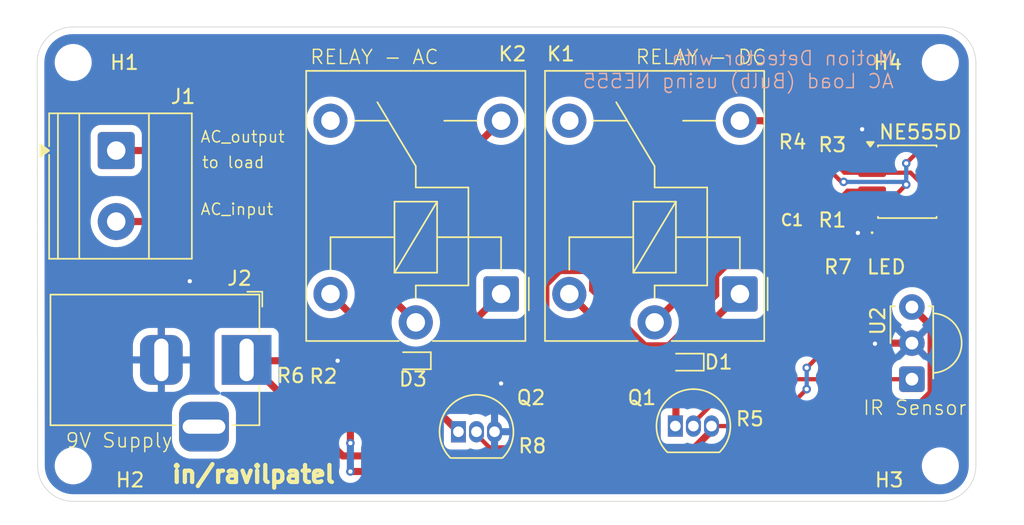
<source format=kicad_pcb>
(kicad_pcb (version 20241229) (generator "pcbnew") (generator_version "9.0")
  (layers (0 "F.Cu" signal) (2 "B.Cu" signal) (13 "F.Paste" user) (15 "B.Paste" user) (5 "F.SilkS" user "F.Silkscreen") (7 "B.SilkS" user "B.Silkscreen") (1 "F.Mask" user) (3 "B.Mask" user) (25 "Edge.Cuts" user))
  (net 0 "")
  (net 1 "Net-(C1-Pad1)")
  (net 2 "Net-(C1-Pad2)")
  (net 3 "Net-(D1-K)")
  (net 4 "Net-(D1-A)")
  (net 5 "GND")
  (net 6 "Net-(D2-A)")
  (net 7 "Net-(D3-A)")
  (net 8 "Net-(D3-K)")
  (net 9 "/AC_Neutral_IN")
  (net 10 "/AC_Neutral_OUT")
  (net 11 "+9V")
  (net 13 "Net-(U1-THR)")
  (net 15 "Net-(Q1-B)")
  (net 16 "Net-(Q2-B)")
  (net 17 "Net-(U1-Q)")
  (net 18 "+5V")
  (net 19 "Net-(U2-OUT)")
  (footprint "Capacitor_SMD:C_0201_0603Metric" (layer "F.Cu") (at 182.545 62.2 180)
    (property "Reference" "C1" (at -0.02 -1.1 0) (layer "F.SilkS") (effects (font (size 0.8 0.8))))
    (property "Value" "1u")
    (pad "1" smd roundrect (at -0.32 0 180) (size 0.46 0.4) (layers "F.Cu" "F.Mask") (net 1 "Net-(C1-Pad1)"))
    (pad "2" smd roundrect (at 0.32 0 180) (size 0.46 0.4) (layers "F.Cu" "F.Mask") (net 2 "Net-(C1-Pad2)"))
  )
  (footprint "Resistor_SMD:R_0201_0603Metric" (layer "F.Cu") (at 185.18 62.2 180)
    (property "Reference" "R1" (at -0.22 -1.1 0) (layer "F.SilkS"))
    (property "Value" "100k")
    (pad "1" smd roundrect (at -0.32 0 180) (size 0.46 0.4) (layers "F.Cu" "F.Mask") (net 17 "Net-(U1-Q)"))
    (pad "2" smd roundrect (at 0.32 0 180) (size 0.46 0.4) (layers "F.Cu" "F.Mask") (net 1 "Net-(C1-Pad1)"))
  )
  (footprint "Relay_THT:Relay_SPDT_Finder_36.11" (layer "F.Cu") (at 162.1 68.5 180)
    (property "Reference" "K2" (at -0.8 16.9 0) (layer "F.SilkS"))
    (property "Value" "FINDER-36.11")
    (fp_line (start 13.71 15.71) (end -1.71 15.71) (stroke (width 0.12)) (layer "F.SilkS"))
    (fp_line (start 13.71 -3.31) (end 13.71 15.71) (stroke (width 0.12)) (layer "F.SilkS"))
    (fp_line (start 13.71 -3.31) (end 7.2 -3.31) (stroke (width 0.12)) (layer "F.SilkS"))
    (fp_line (start 12 4) (end 12 1.7) (stroke (width 0.12)) (layer "F.SilkS"))
    (fp_line (start 12 4) (end 7.5 4) (stroke (width 0.12)) (layer "F.SilkS"))
    (fp_line (start 10.3 12.2) (end 8 12.2) (stroke (width 0.12)) (layer "F.SilkS"))
    (fp_line (start 7.5 6.5) (end 4.5 6.5) (stroke (width 0.12)) (layer "F.SilkS"))
    (fp_line (start 7.5 1.5) (end 7.5 6.5) (stroke (width 0.12)) (layer "F.SilkS"))
    (fp_line (start 6 9) (end 8.7 13.5) (stroke (width 0.12)) (layer "F.SilkS"))
    (fp_line (start 6 7.5) (end 6 9) (stroke (width 0.12)) (layer "F.SilkS"))
    (fp_line (start 6 7.5) (end 2.3 7.5) (stroke (width 0.12)) (layer "F.SilkS"))
    (fp_line (start 6 0.6) (end 6 -0.3) (stroke (width 0.12)) (layer "F.SilkS"))
    (fp_line (start 6 0.6) (end 2.3 0.6) (stroke (width 0.12)) (layer "F.SilkS"))
    (fp_line (start 4.8 -3.31) (end -1.71 -3.31) (stroke (width 0.12)) (layer "F.SilkS"))
    (fp_line (start 4.5 6.5) (end 7.5 1.5) (stroke (width 0.12)) (layer "F.SilkS"))
    (fp_line (start 4.5 6.5) (end 4.5 1.5) (stroke (width 0.12)) (layer "F.SilkS"))
    (fp_line (start 4.5 4) (end 0 4) (stroke (width 0.12)) (layer "F.SilkS"))
    (fp_line (start 4.5 1.5) (end 7.5 1.5) (stroke (width 0.12)) (layer "F.SilkS"))
    (fp_line (start 2.3 7.5) (end 2.3 0.6) (stroke (width 0.12)) (layer "F.SilkS"))
    (fp_line (start 1.7 12.2) (end 4 12.2) (stroke (width 0.12)) (layer "F.SilkS"))
    (fp_line (start 0 1.7) (end 0 4) (stroke (width 0.12)) (layer "F.SilkS"))
    (fp_line (start -1.71 15.7) (end -1.71 -3.31) (stroke (width 0.12)) (layer "F.SilkS"))
    (fp_line (start -1.95 -1.15) (end -1.95 1.15) (stroke (width 0.12)) (layer "F.SilkS"))
    (pad "11" thru_hole circle (at 6 -2 180) (size 2.4 2.4) (drill 1.3) (layers "*.Cu" "*.Mask") (net 9 "/AC_Neutral_IN"))
    (pad "12" thru_hole circle (at 12 12.2 180) (size 2.4 2.4) (drill 1.3) (layers "*.Cu" "*.Mask"))
    (pad "14" thru_hole circle (at 0 12.2 180) (size 2.4 2.4) (drill 1.3) (layers "*.Cu" "*.Mask") (net 10 "/AC_Neutral_OUT"))
    (pad "A1" thru_hole roundrect (at 0 0 180) (size 2.5 2.5) (drill 1.3) (layers "*.Cu" "*.Mask") (roundrect_rratio 0.1) (net 8 "Net-(D3-K)"))
    (pad "A2" thru_hole circle (at 12 0 180) (size 2.4 2.4) (drill 1.3) (layers "*.Cu" "*.Mask") (net 7 "Net-(D3-A)"))
  )
  (footprint "Resistor_SMD:R_0201_0603Metric" (layer "F.Cu") (at 163.9 77.7 -90)
    (property "Reference" "R8" (at 1.5 -0.4 0) (layer "F.SilkS"))
    (property "Value" "220")
    (pad "1" smd roundrect (at -0.32 0 270) (size 0.46 0.4) (layers "F.Cu" "F.Mask") (net 17 "Net-(U1-Q)"))
    (pad "2" smd roundrect (at 0.32 0 270) (size 0.46 0.4) (layers "F.Cu" "F.Mask") (net 16 "Net-(Q2-B)"))
  )
  (footprint "Package_TO_SOT_THT:TO-92_Inline" (layer "F.Cu") (at 174.36 77.8)
    (property "Reference" "Q1" (at -2.36 -2 0) (layer "F.SilkS"))
    (property "Value" "BC557")
    (fp_line (start -0.53 1.85) (end 3.07 1.85) (stroke (width 0.12)) (layer "F.SilkS"))
    (fp_arc (start -0.568478 1.838478) (mid -1.132087 -0.994977) (end 1.27 -2.6) (stroke (width 0.12)) (layer "F.SilkS"))
    (fp_arc (start 1.27 -2.6) (mid 3.672087 -0.994977) (end 3.108478 1.838478) (stroke (width 0.12)) (layer "F.SilkS"))
    (pad "1" thru_hole rect (at 0 0) (size 1.05 1.5) (drill 0.75) (layers "*.Cu" "*.Mask") (net 4 "Net-(D1-A)"))
    (pad "2" thru_hole oval (at 1.27 0) (size 1.05 1.5) (drill 0.75) (layers "*.Cu" "*.Mask") (net 15 "Net-(Q1-B)"))
    (pad "3" thru_hole oval (at 2.54 0) (size 1.05 1.5) (drill 0.75) (layers "*.Cu" "*.Mask") (net 11 "+9V"))
  )
  (footprint "Resistor_SMD:R_0201_0603Metric" (layer "F.Cu") (at 185.18 59.2 180)
    (property "Reference" "R3" (at -0.22 1.2 180) (layer "F.SilkS"))
    (property "Value" "220k")
    (pad "1" smd roundrect (at -0.32 0 180) (size 0.46 0.4) (layers "F.Cu" "F.Mask") (net 13 "Net-(U1-THR)"))
    (pad "2" smd roundrect (at 0.32 0 180) (size 0.46 0.4) (layers "F.Cu" "F.Mask") (net 11 "+9V"))
  )
  (footprint "MountingHole:MountingHole_2.1mm" (layer "F.Cu") (at 193 52.2)
    (property "Reference" "H4" (at -3.7 0 0) (layer "F.SilkS"))
    (property "Value" "MountingHole")
    (pad "" np_thru_hole circle (at 0 0) (size 2.1 2.1) (drill 2.1) (layers "*.Cu" "*.Mask"))
  )
  (footprint "Resistor_SMD:R_01005_0402Metric" (layer "F.Cu") (at 179 75.875 -90)
    (property "Reference" "R5" (at 1.425 -0.6 180) (layer "F.SilkS"))
    (property "Value" "1k")
    (pad "1" smd roundrect (at -0.25 0 270) (size 0.4 0.3) (layers "F.Cu" "F.Mask") (net 19 "Net-(U2-OUT)"))
    (pad "2" smd roundrect (at 0.25 0 270) (size 0.4 0.3) (layers "F.Cu" "F.Mask") (net 15 "Net-(Q1-B)"))
  )
  (footprint "Package_SO:SOIC-8_3.9x4.9mm_P1.27mm" (layer "F.Cu") (at 190.675 60.595)
    (property "Reference" "NE555D" (at 0.925 -3.495 0) (layer "F.SilkS"))
    (property "Value" "NE555D")
    (fp_line (start -2.06 -2.56) (end 2.06 -2.56) (stroke (width 0.12)) (layer "F.SilkS"))
    (fp_line (start -2.06 -2.465) (end -2.06 -2.56) (stroke (width 0.12)) (layer "F.SilkS"))
    (fp_line (start -2.06 2.56) (end -2.06 2.465) (stroke (width 0.12)) (layer "F.SilkS"))
    (fp_line (start 2.06 -2.56) (end 2.06 -2.465) (stroke (width 0.12)) (layer "F.SilkS"))
    (fp_line (start 2.06 2.465) (end 2.06 2.56) (stroke (width 0.12)) (layer "F.SilkS"))
    (fp_line (start 2.06 2.56) (end -2.06 2.56) (stroke (width 0.12)) (layer "F.SilkS"))
    (fp_poly (pts (xy -2.6 -2.47) (xy -2.84 -2.8) (xy -2.36 -2.8)) (stroke (width 0.12)) (fill yes) (layer "F.SilkS"))
    (pad "1" smd roundrect (at -2.475 -1.905) (size 1.95 0.6) (layers "F.Cu" "F.Mask" "F.Paste") (net 5 "GND"))
    (pad "2" smd roundrect (at -2.475 -0.635) (size 1.95 0.6) (layers "F.Cu" "F.Mask" "F.Paste") (net 13 "Net-(U1-THR)"))
    (pad "3" smd roundrect (at -2.475 0.635) (size 1.95 0.6) (layers "F.Cu" "F.Mask" "F.Paste") (net 17 "Net-(U1-Q)"))
    (pad "4" smd roundrect (at -2.475 1.905) (size 1.95 0.6) (layers "F.Cu" "F.Mask" "F.Paste") (net 11 "+9V"))
    (pad "5" smd roundrect (at 2.475 1.905) (size 1.95 0.6) (layers "F.Cu" "F.Mask" "F.Paste"))
    (pad "6" smd roundrect (at 2.475 0.635) (size 1.95 0.6) (layers "F.Cu" "F.Mask" "F.Paste") (net 13 "Net-(U1-THR)"))
    (pad "7" smd roundrect (at 2.475 -0.635) (size 1.95 0.6) (layers "F.Cu" "F.Mask" "F.Paste"))
    (pad "8" smd roundrect (at 2.475 -1.905) (size 1.95 0.6) (layers "F.Cu" "F.Mask" "F.Paste") (net 11 "+9V"))
  )
  (footprint "Resistor_SMD:R_01005_0402Metric" (layer "F.Cu") (at 186.025 65.4)
    (property "Reference" "R7" (at -0.225 1.2 0) (layer "F.SilkS"))
    (property "Value" "220")
    (pad "1" smd roundrect (at -0.25 0) (size 0.4 0.3) (layers "F.Cu" "F.Mask") (net 17 "Net-(U1-Q)"))
    (pad "2" smd roundrect (at 0.25 0) (size 0.4 0.3) (layers "F.Cu" "F.Mask") (net 6 "Net-(D2-A)"))
  )
  (footprint "MountingHole:MountingHole_2.1mm" (layer "F.Cu") (at 193 80.6)
    (property "Reference" "H3" (at -3.6 1 0) (layer "F.SilkS"))
    (property "Value" "MountingHole")
    (pad "" np_thru_hole circle (at 0 0) (size 2.1 2.1) (drill 2.1) (layers "*.Cu" "*.Mask"))
  )
  (footprint "TerminalBlock_Phoenix:TerminalBlock_Phoenix_MKDS-1,5-2_1x02_P5.00mm_Horizontal" (layer "F.Cu") (at 135.0275 58.4 -90)
    (property "Reference" "J1" (at -3.8 -4.7 0) (layer "F.SilkS"))
    (property "Value" "Screw_Terminal_01x02")
    (fp_line (start -2.62 4.72) (end -2.62 -5.32) (stroke (width 0.12)) (layer "F.SilkS"))
    (fp_line (start -0.3 4.72) (end -2.62 4.72) (stroke (width 0.12)) (layer "F.SilkS"))
    (fp_line (start 7.62 4.72) (end 0.3 4.72) (stroke (width 0.12)) (layer "F.SilkS"))
    (fp_line (start -2.62 4.1) (end 7.62 4.1) (stroke (width 0.12)) (layer "F.SilkS"))
    (fp_line (start -2.62 2.6) (end 7.62 2.6) (stroke (width 0.12)) (layer "F.SilkS"))
    (fp_line (start -2.62 -2.3) (end 7.62 -2.3) (stroke (width 0.12)) (layer "F.SilkS"))
    (fp_line (start -2.62 -5.32) (end 7.62 -5.32) (stroke (width 0.12)) (layer "F.SilkS"))
    (fp_line (start 7.62 -5.32) (end 7.62 4.72) (stroke (width 0.12)) (layer "F.SilkS"))
    (fp_poly (pts (xy 0 4.72) (xy 0.44 5.33) (xy -0.44 5.33)) (stroke (width 0.12)) (fill yes) (layer "F.SilkS"))
    (pad "1" thru_hole roundrect (at 0 0 270) (size 2.6 2.6) (drill 1.3) (layers "*.Cu" "*.Mask") (roundrect_rratio 0.096154) (net 10 "/AC_Neutral_OUT"))
    (pad "2" thru_hole circle (at 5 0 270) (size 2.6 2.6) (drill 1.3) (layers "*.Cu" "*.Mask") (net 9 "/AC_Neutral_IN"))
  )
  (footprint "Resistor_SMD:R_0201_0603Metric" (layer "F.Cu") (at 182.5 59.2)
    (property "Reference" "R4" (at 0.1 -1.4 0) (layer "F.SilkS"))
    (property "Value" "220k")
    (pad "1" smd roundrect (at -0.32 0) (size 0.46 0.4) (layers "F.Cu" "F.Mask") (net 2 "Net-(C1-Pad2)"))
    (pad "2" smd roundrect (at 0.32 0) (size 0.46 0.4) (layers "F.Cu" "F.Mask") (net 13 "Net-(U1-THR)"))
  )
  (footprint "Diode_SMD:D_SOD-523" (layer "F.Cu") (at 175.1 73.3 180)
    (property "Reference" "D1" (at -2.3 0 0) (layer "F.SilkS"))
    (property "Value" "1N4148WT")
    (fp_line (start 0.7 0.6) (end -1.26 0.6) (stroke (width 0.12)) (layer "F.SilkS"))
    (fp_line (start 0.7 -0.6) (end -1.26 -0.6) (stroke (width 0.12)) (layer "F.SilkS"))
    (fp_line (start -1.26 -0.6) (end -1.26 0.6) (stroke (width 0.12)) (layer "F.SilkS"))
    (pad "1" smd roundrect (at -0.7 0) (size 0.6 0.7) (layers "F.Cu" "F.Mask" "F.Paste") (net 3 "Net-(D1-K)"))
    (pad "2" smd roundrect (at 0.7 0) (size 0.6 0.7) (layers "F.Cu" "F.Mask" "F.Paste") (net 4 "Net-(D1-A)"))
  )
  (footprint "Resistor_SMD:R_0201_0603Metric" (layer "F.Cu") (at 147.3 73.2 180)
    (property "Reference" "R6" (at 0 -1.05 0) (layer "F.SilkS"))
    (property "Value" "240k")
    (pad "1" smd roundrect (at -0.32 0 180) (size 0.46 0.4) (layers "F.Cu" "F.Mask") (net 18 "+5V"))
    (pad "2" smd roundrect (at 0.32 0 180) (size 0.46 0.4) (layers "F.Cu" "F.Mask") (net 11 "+9V"))
  )
  (footprint "Connector_BarrelJack:BarrelJack_Horizontal" (layer "F.Cu") (at 144.2 73.1425)
    (property "Reference" "J2" (at -0.5 -5.7425 0) (layer "F.SilkS"))
    (property "Value" "Jack-DC")
    (fp_line (start -13.8 -4.6) (end 0.9 -4.6) (stroke (width 0.12)) (layer "F.SilkS"))
    (fp_line (start -13.8 4.6) (end -13.8 -4.6) (stroke (width 0.12)) (layer "F.SilkS"))
    (fp_line (start -5 4.6) (end -13.8 4.6) (stroke (width 0.12)) (layer "F.SilkS"))
    (fp_line (start 0.05 -4.8) (end 1.1 -4.8) (stroke (width 0.12)) (layer "F.SilkS"))
    (fp_line (start 0.9 -4.6) (end 0.9 -2) (stroke (width 0.12)) (layer "F.SilkS"))
    (fp_line (start 0.9 1.9) (end 0.9 4.6) (stroke (width 0.12)) (layer "F.SilkS"))
    (fp_line (start 0.9 4.6) (end -1 4.6) (stroke (width 0.12)) (layer "F.SilkS"))
    (fp_line (start 1.1 -3.75) (end 1.1 -4.8) (stroke (width 0.12)) (layer "F.SilkS"))
    (pad "1" thru_hole rect (at 0 0) (size 3.5 3.5) (drill oval 1 3) (layers "*.Cu" "*.Mask") (net 11 "+9V"))
    (pad "2" thru_hole roundrect (at -6 0) (size 3 3.5) (drill oval 1 3) (layers "*.Cu" "*.Mask") (net 5 "GND"))
    (pad "3" thru_hole roundrect (at -3 4.7) (size 3.5 3.5) (drill oval 3 1) (layers "*.Cu" "*.Mask"))
  )
  (footprint "Package_TO_SOT_THT:TO-92_Inline" (layer "F.Cu") (at 159.1 78.2)
    (property "Reference" "Q2" (at 5.1 -2.4 0) (layer "F.SilkS"))
    (property "Value" "BC547")
    (fp_line (start -0.53 1.85) (end 3.07 1.85) (stroke (width 0.12)) (layer "F.SilkS"))
    (fp_arc (start -0.568478 1.838478) (mid -1.132087 -0.994977) (end 1.27 -2.6) (stroke (width 0.12)) (layer "F.SilkS"))
    (fp_arc (start 1.27 -2.6) (mid 3.672087 -0.994977) (end 3.108478 1.838478) (stroke (width 0.12)) (layer "F.SilkS"))
    (pad "1" thru_hole rect (at 0 0) (size 1.05 1.5) (drill 0.75) (layers "*.Cu" "*.Mask") (net 7 "Net-(D3-A)"))
    (pad "2" thru_hole oval (at 1.27 0) (size 1.05 1.5) (drill 0.75) (layers "*.Cu" "*.Mask") (net 16 "Net-(Q2-B)"))
    (pad "3" thru_hole oval (at 2.54 0) (size 1.05 1.5) (drill 0.75) (layers "*.Cu" "*.Mask") (net 5 "GND"))
  )
  (footprint "Relay_THT:Relay_SPDT_Finder_36.11" (layer "F.Cu") (at 178.9 68.5 180)
    (property "Reference" "K1" (at 12.6 16.9 0) (layer "F.SilkS"))
    (property "Value" "FINDER-36.11")
    (fp_line (start 13.71 15.71) (end -1.71 15.71) (stroke (width 0.12)) (layer "F.SilkS"))
    (fp_line (start 13.71 -3.31) (end 13.71 15.71) (stroke (width 0.12)) (layer "F.SilkS"))
    (fp_line (start 13.71 -3.31) (end 7.2 -3.31) (stroke (width 0.12)) (layer "F.SilkS"))
    (fp_line (start 12 4) (end 12 1.7) (stroke (width 0.12)) (layer "F.SilkS"))
    (fp_line (start 12 4) (end 7.5 4) (stroke (width 0.12)) (layer "F.SilkS"))
    (fp_line (start 10.3 12.2) (end 8 12.2) (stroke (width 0.12)) (layer "F.SilkS"))
    (fp_line (start 7.5 6.5) (end 4.5 6.5) (stroke (width 0.12)) (layer "F.SilkS"))
    (fp_line (start 7.5 1.5) (end 7.5 6.5) (stroke (width 0.12)) (layer "F.SilkS"))
    (fp_line (start 6 9) (end 8.7 13.5) (stroke (width 0.12)) (layer "F.SilkS"))
    (fp_line (start 6 7.5) (end 6 9) (stroke (width 0.12)) (layer "F.SilkS"))
    (fp_line (start 6 7.5) (end 2.3 7.5) (stroke (width 0.12)) (layer "F.SilkS"))
    (fp_line (start 6 0.6) (end 6 -0.3) (stroke (width 0.12)) (layer "F.SilkS"))
    (fp_line (start 6 0.6) (end 2.3 0.6) (stroke (width 0.12)) (layer "F.SilkS"))
    (fp_line (start 4.8 -3.31) (end -1.71 -3.31) (stroke (width 0.12)) (layer "F.SilkS"))
    (fp_line (start 4.5 6.5) (end 7.5 1.5) (stroke (width 0.12)) (layer "F.SilkS"))
    (fp_line (start 4.5 6.5) (end 4.5 1.5) (stroke (width 0.12)) (layer "F.SilkS"))
    (fp_line (start 4.5 4) (end 0 4) (stroke (width 0.12)) (layer "F.SilkS"))
    (fp_line (start 4.5 1.5) (end 7.5 1.5) (stroke (width 0.12)) (layer "F.SilkS"))
    (fp_line (start 2.3 7.5) (end 2.3 0.6) (stroke (width 0.12)) (layer "F.SilkS"))
    (fp_line (start 1.7 12.2) (end 4 12.2) (stroke (width 0.12)) (layer "F.SilkS"))
    (fp_line (start 0 1.7) (end 0 4) (stroke (width 0.12)) (layer "F.SilkS"))
    (fp_line (start -1.71 15.7) (end -1.71 -3.31) (stroke (width 0.12)) (layer "F.SilkS"))
    (fp_line (start -1.95 -1.15) (end -1.95 1.15) (stroke (width 0.12)) (layer "F.SilkS"))
    (pad "11" thru_hole circle (at 6 -2 180) (size 2.4 2.4) (drill 1.3) (layers "*.Cu" "*.Mask") (net 1 "Net-(C1-Pad1)"))
    (pad "12" thru_hole circle (at 12 12.2 180) (size 2.4 2.4) (drill 1.3) (layers "*.Cu" "*.Mask"))
    (pad "14" thru_hole circle (at 0 12.2 180) (size 2.4 2.4) (drill 1.3) (layers "*.Cu" "*.Mask") (net 13 "Net-(U1-THR)"))
    (pad "A1" thru_hole roundrect (at 0 0 180) (size 2.5 2.5) (drill 1.3) (layers "*.Cu" "*.Mask") (roundrect_rratio 0.1) (net 3 "Net-(D1-K)"))
    (pad "A2" thru_hole circle (at 12 0 180) (size 2.4 2.4) (drill 1.3) (layers "*.Cu" "*.Mask") (net 4 "Net-(D1-A)"))
  )
  (footprint "Resistor_SMD:R_0201_0603Metric" (layer "F.Cu") (at 149.38 73.2 180)
    (property "Reference" "R2" (at -0.22 -1.1 0) (layer "F.SilkS"))
    (property "Value" "220k")
    (pad "1" smd roundrect (at -0.32 0 180) (size 0.46 0.4) (layers "F.Cu" "F.Mask") (net 5 "GND"))
    (pad "2" smd roundrect (at 0.32 0 180) (size 0.46 0.4) (layers "F.Cu" "F.Mask") (net 18 "+5V"))
  )
  (footprint "LED_SMD:LED_0201_0603Metric" (layer "F.Cu") (at 188.2 65.045 -90)
    (property "Reference" "LED" (at 1.555 -1 180) (layer "F.SilkS"))
    (property "Value" "LED")
    (fp_circle (center -0.86 0) (end -0.81 0) (stroke (width 0.1)) (fill no) (layer "F.SilkS"))
    (pad "1" smd roundrect (at -0.32 0 270) (size 0.46 0.4) (layers "F.Cu" "F.Mask") (net 5 "GND"))
    (pad "2" smd roundrect (at 0.32 0 270) (size 0.46 0.4) (layers "F.Cu" "F.Mask") (net 6 "Net-(D2-A)"))
  )
  (footprint "Diode_SMD:D_SOD-523" (layer "F.Cu") (at 155.9 73.2 180)
    (property "Reference" "D3" (at 0 -1.3 0) (layer "F.SilkS"))
    (property "Value" "1N4148WT")
    (fp_line (start 0.7 0.6) (end -1.26 0.6) (stroke (width 0.12)) (layer "F.SilkS"))
    (fp_line (start 0.7 -0.6) (end -1.26 -0.6) (stroke (width 0.12)) (layer "F.SilkS"))
    (fp_line (start -1.26 -0.6) (end -1.26 0.6) (stroke (width 0.12)) (layer "F.SilkS"))
    (pad "1" smd roundrect (at -0.7 0) (size 0.6 0.7) (layers "F.Cu" "F.Mask" "F.Paste") (net 8 "Net-(D3-K)"))
    (pad "2" smd roundrect (at 0.7 0) (size 0.6 0.7) (layers "F.Cu" "F.Mask" "F.Paste") (net 7 "Net-(D3-A)"))
  )
  (footprint "OptoDevice:Vishay_MINICAST-3Pin" (layer "F.Cu") (at 191 74.5 90)
    (property "Reference" "U2" (at 4.1 -2.4 90) (layer "F.SilkS"))
    (property "Value" "TSSP58038")
    (fp_line (start 5.14 -1.51) (end 2.54 -1.51) (stroke (width 0.12)) (layer "F.SilkS"))
    (fp_line (start 5.14 -1.16) (end 5.14 -1.51) (stroke (width 0.12)) (layer "F.SilkS"))
    (fp_line (start 5.14 1.16) (end 5.14 1.5) (stroke (width 0.12)) (layer "F.SilkS"))
    (fp_line (start 5.14 1.5) (end 0.05 1.5) (stroke (width 0.12)) (layer "F.SilkS"))
    (fp_arc (start 4.64 1.5) (mid 2.540869 3.502379) (end 0.440083 1.501736) (stroke (width 0.12)) (layer "F.SilkS"))
    (pad "1" thru_hole roundrect (at 0 0 90) (size 1.8 1.8) (drill 0.9) (layers "*.Cu" "*.Mask") (roundrect_rratio 0.139) (net 19 "Net-(U2-OUT)"))
    (pad "2" thru_hole circle (at 2.54 0 90) (size 1.8 1.8) (drill 0.9) (layers "*.Cu" "*.Mask") (net 5 "GND"))
    (pad "3" thru_hole circle (at 5.08 0 90) (size 1.8 1.8) (drill 0.9) (layers "*.Cu" "*.Mask") (net 18 "+5V"))
  )
  (footprint "MountingHole:MountingHole_2.1mm" (layer "F.Cu") (at 132 52.2)
    (property "Reference" "H1" (at 3.6 0 0) (layer "F.SilkS"))
    (property "Value" "MountingHole")
    (pad "" np_thru_hole circle (at 0 0) (size 2.1 2.1) (drill 2.1) (layers "*.Cu" "*.Mask"))
  )
  (footprint "MountingHole:MountingHole_2.1mm" (layer "F.Cu") (at 132 80.6)
    (property "Reference" "H2" (at 4 1 0) (layer "F.SilkS"))
    (property "Value" "MountingHole")
    (pad "" np_thru_hole circle (at 0 0) (size 2.1 2.1) (drill 2.1) (layers "*.Cu" "*.Mask"))
  )
  (gr_arc (start 129.467559 52.2) (mid 130.211286 50.420726) (end 132 49.7) (stroke (width 0.05)) (layer "Edge.Cuts"))
  (gr_arc (start 132 83.1) (mid 130.232233 82.367767) (end 129.5 80.6) (stroke (width 0.05)) (layer "Edge.Cuts"))
  (gr_line (start 132 83.1) (end 193 83.1) (stroke (width 0.05)) (layer "Edge.Cuts"))
  (gr_line (start 195.5 80.6) (end 195.5 52.2) (stroke (width 0.05)) (layer "Edge.Cuts"))
  (gr_arc (start 193 49.7) (mid 194.767767 50.432233) (end 195.5 52.2) (stroke (width 0.05)) (layer "Edge.Cuts"))
  (gr_arc (start 195.5 80.6) (mid 194.767767 82.367767) (end 193 83.1) (stroke (width 0.05)) (layer "Edge.Cuts"))
  (gr_line (start 193 49.7) (end 132 49.7) (stroke (width 0.05)) (layer "Edge.Cuts"))
  (gr_line (start 129.467767 52.2) (end 129.5 80.6) (stroke (width 0.05)) (layer "Edge.Cuts"))
  (gr_text "9V Supply" (at 131.4 79.4 0) (layer "F.SilkS") (effects (font (size 1 1) (thickness 0.1)) (justify left bottom)))
  (gr_text "RELAY - DC" (at 171.5 52.4 0) (layer "F.SilkS") (effects (font (size 1 1) (thickness 0.1)) (justify left bottom)))
  (gr_text "AC_output" (at 140.9 57.9 0) (layer "F.SilkS") (effects (font (size 0.8 0.8) (thickness 0.1)) (justify left bottom)))
  (gr_text "in/ravilpatel" (at 138.8 81.9 0) (layer "F.SilkS") (effects (font (size 1.2 1.2) (thickness 0.3) (bold yes)) (justify left bottom)))
  (gr_text "AC_input" (at 140.9 63 0) (layer "F.SilkS") (effects (font (size 0.8 0.8) (thickness 0.1)) (justify left bottom)))
  (gr_text "RELAY - AC" (at 148.6 52.4 0) (layer "F.SilkS") (effects (font (size 1 1) (thickness 0.1)) (justify left bottom)))
  (gr_text "to load" (at 141 59.7 0) (layer "F.SilkS") (effects (font (size 0.8 0.8) (thickness 0.1)) (justify left bottom)))
  (gr_text "IR Sensor" (at 187.5 77.1 0) (layer "F.SilkS") (effects (font (size 1 1) (thickness 0.1)) (justify left bottom)))
  (gr_text "Motion Detector with \nAC Load (Bulb) using NE555 " (at 189.8 54.1 0) (layer "B.SilkS") (effects (font (size 1 1) (thickness 0.1)) (justify left bottom mirror)))
  (segment (start 181.2 66) (end 182.906 64.294) (width 0.5) (layer "F.Cu") (net 1))
  (segment (start 182.906 64.294) (end 182.906 62.2) (width 0.5) (layer "F.Cu") (net 1))
  (segment (start 177.4 66) (end 181.2 66) (width 0.5) (layer "F.Cu") (net 1))
  (segment (start 172.9 70.5) (end 177.4 66) (width 0.5) (layer "F.Cu") (net 1))
  (segment (start 184.86 62.2) (end 182.865 62.2) (width 0.3) (layer "F.Cu") (net 1))
  (segment (start 182.18 62.155) (end 182.225 62.2) (width 0.3) (layer "F.Cu") (net 2))
  (segment (start 182.18 59.2) (end 182.18 62.155) (width 0.3) (layer "F.Cu") (net 2))
  (segment (start 175.8 71.6) (end 178.9 68.5) (width 0.5) (layer "F.Cu") (net 3))
  (segment (start 175.8 73.3) (end 175.8 71.6) (width 0.5) (layer "F.Cu") (net 3))
  (segment (start 174.4 77.76) (end 174.36 77.8) (width 0.5) (layer "F.Cu") (net 4))
  (segment (start 171.7 73.3) (end 166.9 68.5) (width 0.5) (layer "F.Cu") (net 4))
  (segment (start 174.4 73.3) (end 171.7 73.3) (width 0.5) (layer "F.Cu") (net 4))
  (segment (start 174.4 73.3) (end 174.4 77.76) (width 0.5) (layer "F.Cu") (net 4))
  (segment (start 149.7 73.2) (end 150.6 73.2) (width 0.3) (layer "F.Cu") (net 5))
  (segment (start 161.64 78.2) (end 161.64 75.26) (width 0.3) (layer "F.Cu") (net 5))
  (segment (start 188.2 64.725) (end 187.725 64.725) (width 0.3) (layer "F.Cu") (net 5))
  (segment (start 188.2 58.69) (end 188.2 57.6) (width 0.5) (layer "F.Cu") (net 5))
  (segment (start 138.2 73.1425) (end 138.2 69.6) (width 0.5) (layer "F.Cu") (net 5))
  (segment (start 138.2 69.6) (end 140.2 67.6) (width 0.5) (layer "F.Cu") (net 5))
  (segment (start 161.64 75.26) (end 162.1 74.8) (width 0.3) (layer "F.Cu") (net 5))
  (segment (start 188.2 57.6) (end 187.5 56.9) (width 0.5) (layer "F.Cu") (net 5))
  (segment (start 188.44 71.96) (end 188.4 72) (width 0.5) (layer "F.Cu") (net 5))
  (segment (start 191 71.96) (end 188.44 71.96) (width 0.5) (layer "F.Cu") (net 5))
  (segment (start 187.725 64.725) (end 187.2 64.2) (width 0.3) (layer "F.Cu") (net 5))
  (via (at 187.2 64.2) (size 0.6) (drill 0.3) (layers "F.Cu" "B.Cu") (net 5))
  (via (at 187.5 56.9) (size 0.6) (drill 0.3) (layers "F.Cu" "B.Cu") (net 5))
  (via (at 162.1 74.8) (size 0.6) (drill 0.3) (layers "F.Cu" "B.Cu") (net 5))
  (via (at 140.2 67.6) (size 0.6) (drill 0.3) (layers "F.Cu" "B.Cu") (net 5))
  (via (at 188.4 72) (size 0.6) (drill 0.3) (layers "F.Cu" "B.Cu") (net 5))
  (via (at 150.6 73.2) (size 0.6) (drill 0.3) (layers "F.Cu" "B.Cu") (net 5))
  (segment (start 188.2 65.365) (end 186.361 65.365) (width 0.3) (layer "F.Cu") (net 6))
  (segment (start 186.361 65.365) (end 186.326 65.4) (width 0.3) (layer "F.Cu") (net 6))
  (segment (start 150.1 68.5) (end 154.8 73.2) (width 0.5) (layer "F.Cu") (net 7))
  (segment (start 154.8 73.2) (end 155.2 73.2) (width 0.5) (layer "F.Cu") (net 7))
  (segment (start 155.2 73.2) (end 155.2 74.3) (width 0.5) (layer "F.Cu") (net 7))
  (segment (start 155.2 74.3) (end 159.1 78.2) (width 0.5) (layer "F.Cu") (net 7))
  (segment (start 157.4 73.2) (end 162.1 68.5) (width 0.5) (layer "F.Cu") (net 8))
  (segment (start 156.6 73.2) (end 157.4 73.2) (width 0.5) (layer "F.Cu") (net 8))
  (segment (start 156.1 70.5) (end 149 63.4) (width 0.5) (layer "F.Cu") (net 9))
  (segment (start 149 63.4) (end 135.0275 63.4) (width 0.5) (layer "F.Cu") (net 9))
  (segment (start 160 58.4) (end 135.0275 58.4) (width 0.5) (layer "F.Cu") (net 10))
  (segment (start 162.1 56.3) (end 160 58.4) (width 0.5) (layer "F.Cu") (net 10))
  (segment (start 188.3 62.6) (end 188.8 62.6) (width 0.3) (layer "F.Cu") (net 11))
  (segment (start 181 77.8) (end 176.9 77.8) (width 0.3) (layer "F.Cu") (net 11))
  (segment (start 188.751 68.549) (end 183.6 73.7) (width 0.3) (layer "F.Cu") (net 11))
  (segment (start 184.86 59.2) (end 184.86 59.430582) (width 0.3) (layer "F.Cu") (net 11))
  (segment (start 183.6 75.2) (end 181 77.8) (width 0.3) (layer "F.Cu") (net 11))
  (segment (start 144.2575 73.2) (end 144.2 73.1425) (width 0.5) (layer "F.Cu") (net 11))
  (segment (start 186.036581 60.607163) (end 186.199329 60.607163) (width 0.3) (layer "F.Cu") (net 11))
  (segment (start 176.9 78.135272) (end 175.133272 79.902) (width 0.5) (layer "F.Cu") (net 11))
  (segment (start 192.01 58.69) (end 193.15 58.69) (width 0.3) (layer "F.Cu") (net 11))
  (segment (start 191.2 58.7) (end 192 58.7) (width 0.3) (layer "F.Cu") (net 11))
  (segment (start 188.2 62.5) (end 188.751 63.051) (width 0.3) (layer "F.Cu") (net 11))
  (segment (start 188.8 62.6) (end 190.6 60.8) (width 0.3) (layer "F.Cu") (net 11))
  (segment (start 146.98 73.2) (end 144.2575 73.2) (width 0.5) (layer "F.Cu") (net 11))
  (segment (start 188.751 63.051) (end 188.751 68.549) (width 0.3) (layer "F.Cu") (net 11))
  (segment (start 175.133272 79.902) (end 150.9595 79.902) (width 0.5) (layer "F.Cu") (net 11))
  (segment (start 192 58.7) (end 192.01 58.69) (width 0.3) (layer "F.Cu") (net 11))
  (segment (start 190.6 59.3) (end 191.2 58.7) (width 0.3) (layer "F.Cu") (net 11))
  (segment (start 150.9595 79.902) (end 144.2 73.1425) (width 0.5) (layer "F.Cu") (net 11))
  (segment (start 188.2 62.5) (end 188.3 62.6) (width 0.3) (layer "F.Cu") (net 11))
  (segment (start 176.9 77.8) (end 176.9 78.135272) (width 0.5) (layer "F.Cu") (net 11))
  (segment (start 184.86 59.430582) (end 186.036581 60.607163) (width 0.3) (layer "F.Cu") (net 11))
  (via (at 190.6 60.8) (size 0.6) (drill 0.3) (layers "F.Cu" "B.Cu") (net 11))
  (via (at 186.199329 60.607163) (size 0.6) (drill 0.3) (layers "F.Cu" "B.Cu") (net 11))
  (via (at 183.6 73.7) (size 0.6) (drill 0.3) (layers "F.Cu" "B.Cu") (net 11))
  (via (at 190.6 59.3) (size 0.6) (drill 0.3) (layers "F.Cu" "B.Cu") (net 11))
  (via (at 183.6 75.2) (size 0.6) (drill 0.3) (layers "F.Cu" "B.Cu") (net 11))
  (segment (start 190.6 60.8) (end 190.6 59.3) (width 0.3) (layer "B.Cu") (net 11))
  (segment (start 186.199329 60.607163) (end 190.407163 60.607163) (width 0.3) (layer "B.Cu") (net 11))
  (segment (start 190.407163 60.607163) (end 190.6 60.8) (width 0.3) (layer "B.Cu") (net 11))
  (segment (start 183.6 73.7) (end 183.6 75.2) (width 0.3) (layer "B.Cu") (net 11))
  (segment (start 185.179582 58.649) (end 185.5 58.969418) (width 0.3) (layer "F.Cu") (net 13))
  (segment (start 182.861 58.563944) (end 182.861 59.2) (width 0.5) (layer "F.Cu") (net 13))
  (segment (start 192.175001 61.23) (end 190.905001 59.96) (width 0.3) (layer "F.Cu") (net 13))
  (segment (start 182.82 59.2) (end 183.371 58.649) (width 0.3) (layer "F.Cu") (net 13))
  (segment (start 190.905001 59.96) (end 188.2 59.96) (width 0.3) (layer "F.Cu") (net 13))
  (segment (start 193.15 61.23) (end 192.175001 61.23) (width 0.3) (layer "F.Cu") (net 13))
  (segment (start 185.5 59.2) (end 186.26 59.96) (width 0.3) (layer "F.Cu") (net 13))
  (segment (start 180.597056 56.3) (end 182.861 58.563944) (width 0.5) (layer "F.Cu") (net 13))
  (segment (start 186.26 59.96) (end 188.2 59.96) (width 0.3) (layer "F.Cu") (net 13))
  (segment (start 178.9 56.3) (end 180.597056 56.3) (width 0.5) (layer "F.Cu") (net 13))
  (segment (start 183.371 58.649) (end 185.179582 58.649) (width 0.3) (layer "F.Cu") (net 13))
  (segment (start 185.5 58.969418) (end 185.5 59.2) (width 0.3) (layer "F.Cu") (net 13))
  (segment (start 175.63 77.8) (end 175.63 77.575) (width 0.3) (layer "F.Cu") (net 15))
  (segment (start 175.63 77.8) (end 175.63 77.993851) (width 0.3) (layer "F.Cu") (net 15))
  (segment (start 177.029 76.176) (end 179 76.176) (width 0.3) (layer "F.Cu") (net 15))
  (segment (start 175.63 77.575) (end 177.029 76.176) (width 0.3) (layer "F.Cu") (net 15))
  (segment (start 160.37 78.393851) (end 161.277149 79.301) (width 0.3) (layer "F.Cu") (net 16))
  (segment (start 163.9 78.02) (end 163.9 78) (width 0.3) (layer "F.Cu") (net 16))
  (segment (start 162.619 79.281) (end 162.619 79.301) (width 0.3) (layer "F.Cu") (net 16))
  (segment (start 161.277149 79.301) (end 162.619 79.301) (width 0.3) (layer "F.Cu") (net 16))
  (segment (start 163.9 78) (end 162.619 79.281) (width 0.3) (layer "F.Cu") (net 16))
  (segment (start 160.37 78.2) (end 160.37 78.393851) (width 0.3) (layer "F.Cu") (net 16))
  (segment (start 165.349 73.649) (end 165.349 67.857554) (width 0.3) (layer "F.Cu") (net 17))
  (segment (start 184.574 66.601) (end 185.724 65.451) (width 0.3) (layer "F.Cu") (net 17))
  (segment (start 163.9 77.38) (end 164.12 77.38) (width 0.3) (layer "F.Cu") (net 17))
  (segment (start 185.724 65.451) (end 185.724 62.424) (width 0.3) (layer "F.Cu") (net 17))
  (segment (start 177.299 68.601) (end 177.299 67.24413) (width 0.3) (layer "F.Cu") (net 17))
  (segment (start 168.440446 68.233892) (end 172.257554 72.051) (width 0.3) (layer "F.Cu") (net 17))
  (segment (start 165.349 67.857554) (end 166.257554 66.949) (width 0.3) (layer "F.Cu") (net 17))
  (segment (start 185.5 62.2) (end 186.47 61.23) (width 0.3) (layer "F.Cu") (net 17))
  (segment (start 166.6 74.9) (end 165.349 73.649) (width 0.3) (layer "F.Cu") (net 17))
  (segment (start 185.724 62.424) (end 185.5 62.2) (width 0.3) (layer "F.Cu") (net 17))
  (segment (start 173.849 72.051) (end 177.299 68.601) (width 0.3) (layer "F.Cu") (net 17))
  (segment (start 168.440446 66.949) (end 168.440446 68.233892) (width 0.3) (layer "F.Cu") (net 17))
  (segment (start 177.299 67.24413) (end 177.94213 66.601) (width 0.3) (layer "F.Cu") (net 17))
  (segment (start 166.257554 66.949) (end 168.440446 66.949) (width 0.3) (layer "F.Cu") (net 17))
  (segment (start 177.94213 66.601) (end 184.574 66.601) (width 0.3) (layer "F.Cu") (net 17))
  (segment (start 172.257554 72.051) (end 173.849 72.051) (width 0.3) (layer "F.Cu") (net 17))
  (segment (start 186.47 61.23) (end 188.2 61.23) (width 0.3) (layer "F.Cu") (net 17))
  (segment (start 164.12 77.38) (end 166.6 74.9) (width 0.3) (layer "F.Cu") (net 17))
  (segment (start 147.62 73.2) (end 148.3 73.2) (width 0.3) (layer "F.Cu") (net 18))
  (segment (start 192.351 75.447178) (end 186.798178 81) (width 0.5) (layer "F.Cu") (net 18))
  (segment (start 151.5 79) (end 151.5 77.5) (width 0.5) (layer "F.Cu") (net 18))
  (segment (start 148.3 73.2) (end 149.06 73.2) (width 0.3) (layer "F.Cu") (net 18))
  (segment (start 151.5 77.5) (end 148.3 74.3) (width 0.5) (layer "F.Cu") (net 18))
  (segment (start 191 69.42) (end 192.351 70.771) (width 0.5) (layer "F.Cu") (net 18))
  (segment (start 186.798178 81) (end 151.5 81) (width 0.5) (layer "F.Cu") (net 18))
  (segment (start 148.3 74.3) (end 148.3 73.2) (width 0.5) (layer "F.Cu") (net 18))
  (segment (start 192.351 70.771) (end 192.351 75.447178) (width 0.5) (layer "F.Cu") (net 18))
  (via (at 151.5 79) (size 0.6) (drill 0.3) (layers "F.Cu" "B.Cu") (net 18))
  (via (at 151.5 81) (size 0.6) (drill 0.3) (layers "F.Cu" "B.Cu") (net 18))
  (segment (start 151.5 81) (end 151.5 79) (width 0.5) (layer "B.Cu") (net 18))
  (segment (start 181.1 75.574) (end 179 75.574) (width 0.3) (layer "F.Cu") (net 19))
  (segment (start 191 74.5) (end 182.174 74.5) (width 0.3) (layer "F.Cu") (net 19))
  (segment (start 182.174 74.5) (end 181.1 75.574) (width 0.3) (layer "F.Cu") (net 19))
  (zone (net 5) (net_name "GND") (layer "B.Cu") (connect_pads (clearance 0.5)) (min_thickness 0.25) (fill yes (thermal_gap 0.5) (thermal_bridge_width 0.5))
    (polygon (pts (xy 126.9 48.1) (xy 198.9 47.8) (xy 198.6 83.6) (xy 153.2 84.5) (xy 126.9 84.8)))
  )
)
</source>
